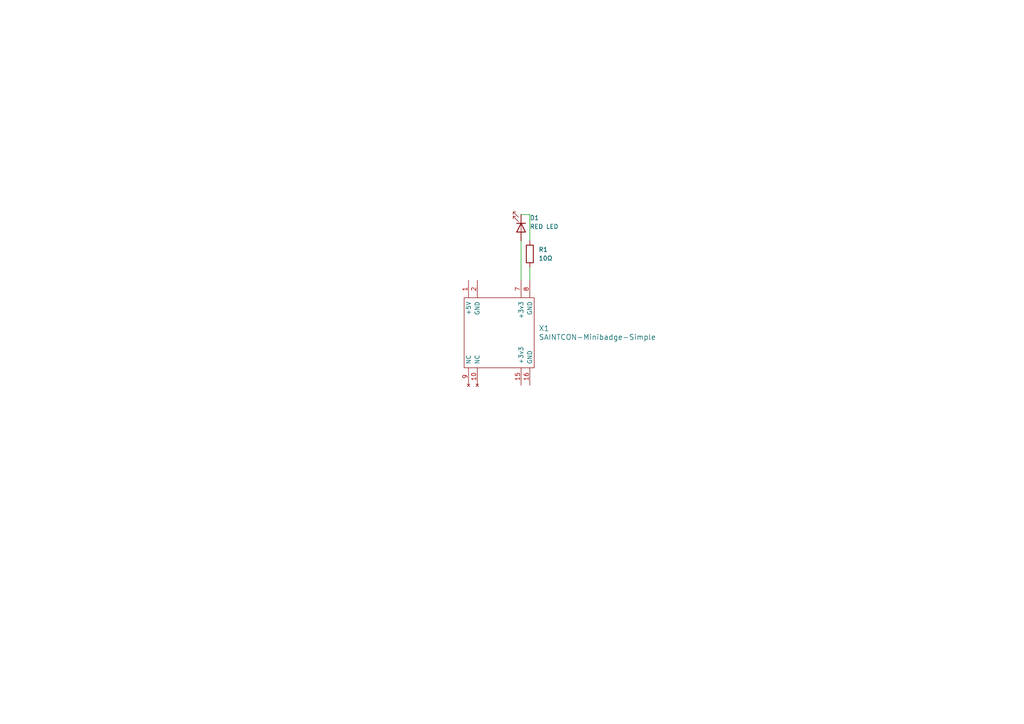
<source format=kicad_sch>
(kicad_sch
	(version 20231120)
	(generator "eeschema")
	(generator_version "8.0")
	(uuid "1e97f6ac-24fe-4635-889a-d89a0466b0ca")
	(paper "A4")
	(lib_symbols
		(symbol "Device:LED"
			(pin_numbers hide)
			(pin_names
				(offset 1.016) hide)
			(exclude_from_sim no)
			(in_bom yes)
			(on_board yes)
			(property "Reference" "D"
				(at 0 2.54 0)
				(effects
					(font
						(size 1.27 1.27)
					)
				)
			)
			(property "Value" "LED"
				(at 0 -2.54 0)
				(effects
					(font
						(size 1.27 1.27)
					)
				)
			)
			(property "Footprint" ""
				(at 0 0 0)
				(effects
					(font
						(size 1.27 1.27)
					)
					(hide yes)
				)
			)
			(property "Datasheet" "~"
				(at 0 0 0)
				(effects
					(font
						(size 1.27 1.27)
					)
					(hide yes)
				)
			)
			(property "Description" "Light emitting diode"
				(at 0 0 0)
				(effects
					(font
						(size 1.27 1.27)
					)
					(hide yes)
				)
			)
			(property "ki_keywords" "LED diode"
				(at 0 0 0)
				(effects
					(font
						(size 1.27 1.27)
					)
					(hide yes)
				)
			)
			(property "ki_fp_filters" "LED* LED_SMD:* LED_THT:*"
				(at 0 0 0)
				(effects
					(font
						(size 1.27 1.27)
					)
					(hide yes)
				)
			)
			(symbol "LED_0_1"
				(polyline
					(pts
						(xy -1.27 -1.27) (xy -1.27 1.27)
					)
					(stroke
						(width 0.254)
						(type default)
					)
					(fill
						(type none)
					)
				)
				(polyline
					(pts
						(xy -1.27 0) (xy 1.27 0)
					)
					(stroke
						(width 0)
						(type default)
					)
					(fill
						(type none)
					)
				)
				(polyline
					(pts
						(xy 1.27 -1.27) (xy 1.27 1.27) (xy -1.27 0) (xy 1.27 -1.27)
					)
					(stroke
						(width 0.254)
						(type default)
					)
					(fill
						(type none)
					)
				)
				(polyline
					(pts
						(xy -3.048 -0.762) (xy -4.572 -2.286) (xy -3.81 -2.286) (xy -4.572 -2.286) (xy -4.572 -1.524)
					)
					(stroke
						(width 0)
						(type default)
					)
					(fill
						(type none)
					)
				)
				(polyline
					(pts
						(xy -1.778 -0.762) (xy -3.302 -2.286) (xy -2.54 -2.286) (xy -3.302 -2.286) (xy -3.302 -1.524)
					)
					(stroke
						(width 0)
						(type default)
					)
					(fill
						(type none)
					)
				)
			)
			(symbol "LED_1_1"
				(pin passive line
					(at -3.81 0 0)
					(length 2.54)
					(name "K"
						(effects
							(font
								(size 1.27 1.27)
							)
						)
					)
					(number "1"
						(effects
							(font
								(size 1.27 1.27)
							)
						)
					)
				)
				(pin passive line
					(at 3.81 0 180)
					(length 2.54)
					(name "A"
						(effects
							(font
								(size 1.27 1.27)
							)
						)
					)
					(number "2"
						(effects
							(font
								(size 1.27 1.27)
							)
						)
					)
				)
			)
		)
		(symbol "Device:R"
			(pin_numbers hide)
			(pin_names
				(offset 0)
			)
			(exclude_from_sim no)
			(in_bom yes)
			(on_board yes)
			(property "Reference" "R"
				(at 2.032 0 90)
				(effects
					(font
						(size 1.27 1.27)
					)
				)
			)
			(property "Value" "R"
				(at 0 0 90)
				(effects
					(font
						(size 1.27 1.27)
					)
				)
			)
			(property "Footprint" ""
				(at -1.778 0 90)
				(effects
					(font
						(size 1.27 1.27)
					)
					(hide yes)
				)
			)
			(property "Datasheet" "~"
				(at 0 0 0)
				(effects
					(font
						(size 1.27 1.27)
					)
					(hide yes)
				)
			)
			(property "Description" "Resistor"
				(at 0 0 0)
				(effects
					(font
						(size 1.27 1.27)
					)
					(hide yes)
				)
			)
			(property "ki_keywords" "R res resistor"
				(at 0 0 0)
				(effects
					(font
						(size 1.27 1.27)
					)
					(hide yes)
				)
			)
			(property "ki_fp_filters" "R_*"
				(at 0 0 0)
				(effects
					(font
						(size 1.27 1.27)
					)
					(hide yes)
				)
			)
			(symbol "R_0_1"
				(rectangle
					(start -1.016 -2.54)
					(end 1.016 2.54)
					(stroke
						(width 0.254)
						(type default)
					)
					(fill
						(type none)
					)
				)
			)
			(symbol "R_1_1"
				(pin passive line
					(at 0 3.81 270)
					(length 1.27)
					(name "~"
						(effects
							(font
								(size 1.27 1.27)
							)
						)
					)
					(number "1"
						(effects
							(font
								(size 1.27 1.27)
							)
						)
					)
				)
				(pin passive line
					(at 0 -3.81 90)
					(length 1.27)
					(name "~"
						(effects
							(font
								(size 1.27 1.27)
							)
						)
					)
					(number "2"
						(effects
							(font
								(size 1.27 1.27)
							)
						)
					)
				)
			)
		)
		(symbol "saintcon-minibadge:SAINTCON-Minibadge-Simple"
			(pin_names
				(offset 1.016)
			)
			(exclude_from_sim no)
			(in_bom yes)
			(on_board yes)
			(property "Reference" "X"
				(at 11.43 8.89 0)
				(effects
					(font
						(size 1.524 1.524)
					)
					(justify left)
				)
			)
			(property "Value" "SAINTCON-Minibadge-Simple"
				(at 11.43 6.35 0)
				(effects
					(font
						(size 1.524 1.524)
					)
					(justify left)
				)
			)
			(property "Footprint" ""
				(at 0 1.27 0)
				(effects
					(font
						(size 1.524 1.524)
					)
					(hide yes)
				)
			)
			(property "Datasheet" ""
				(at 0 1.27 0)
				(effects
					(font
						(size 1.524 1.524)
					)
					(hide yes)
				)
			)
			(property "Description" ""
				(at 0 0 0)
				(effects
					(font
						(size 1.27 1.27)
					)
					(hide yes)
				)
			)
			(symbol "SAINTCON-Minibadge-Simple_0_1"
				(rectangle
					(start -10.16 10.16)
					(end 10.16 -10.16)
					(stroke
						(width 0)
						(type solid)
					)
					(fill
						(type none)
					)
				)
			)
			(symbol "SAINTCON-Minibadge-Simple_1_1"
				(pin power_in line
					(at -8.89 15.24 270)
					(length 5.08)
					(name "+5V"
						(effects
							(font
								(size 1.27 1.27)
							)
						)
					)
					(number "1"
						(effects
							(font
								(size 1.27 1.27)
							)
						)
					)
				)
				(pin no_connect line
					(at -6.35 -15.24 90)
					(length 5.08)
					(name "NC"
						(effects
							(font
								(size 1.27 1.27)
							)
						)
					)
					(number "10"
						(effects
							(font
								(size 1.27 1.27)
							)
						)
					)
				)
				(pin power_in line
					(at 6.35 -15.24 90)
					(length 5.08)
					(name "+3v3"
						(effects
							(font
								(size 1.27 1.27)
							)
						)
					)
					(number "15"
						(effects
							(font
								(size 1.27 1.27)
							)
						)
					)
				)
				(pin power_in line
					(at 8.89 -15.24 90)
					(length 5.08)
					(name "GND"
						(effects
							(font
								(size 1.27 1.27)
							)
						)
					)
					(number "16"
						(effects
							(font
								(size 1.27 1.27)
							)
						)
					)
				)
				(pin power_in line
					(at -6.35 15.24 270)
					(length 5.08)
					(name "GND"
						(effects
							(font
								(size 1.27 1.27)
							)
						)
					)
					(number "2"
						(effects
							(font
								(size 1.27 1.27)
							)
						)
					)
				)
				(pin power_in line
					(at 6.35 15.24 270)
					(length 5.08)
					(name "+3v3"
						(effects
							(font
								(size 1.27 1.27)
							)
						)
					)
					(number "7"
						(effects
							(font
								(size 1.27 1.27)
							)
						)
					)
				)
				(pin power_in line
					(at 8.89 15.24 270)
					(length 5.08)
					(name "GND"
						(effects
							(font
								(size 1.27 1.27)
							)
						)
					)
					(number "8"
						(effects
							(font
								(size 1.27 1.27)
							)
						)
					)
				)
				(pin no_connect line
					(at -8.89 -15.24 90)
					(length 5.08)
					(name "NC"
						(effects
							(font
								(size 1.27 1.27)
							)
						)
					)
					(number "9"
						(effects
							(font
								(size 1.27 1.27)
							)
						)
					)
				)
			)
		)
	)
	(wire
		(pts
			(xy 153.67 62.23) (xy 153.67 69.85)
		)
		(stroke
			(width 0)
			(type default)
		)
		(uuid "013cc557-e767-44d1-b0b0-05eb43713fc1")
	)
	(wire
		(pts
			(xy 151.13 62.23) (xy 153.67 62.23)
		)
		(stroke
			(width 0)
			(type default)
		)
		(uuid "28fb0103-518b-417e-8f66-532c106433dd")
	)
	(wire
		(pts
			(xy 151.13 69.85) (xy 151.13 81.28)
		)
		(stroke
			(width 0)
			(type default)
		)
		(uuid "39af136d-8cf1-4b72-b975-a6dd21f317ed")
	)
	(wire
		(pts
			(xy 153.67 77.47) (xy 153.67 81.28)
		)
		(stroke
			(width 0)
			(type default)
		)
		(uuid "43e24bb7-a0f9-4903-bba4-9542af11a0e6")
	)
	(symbol
		(lib_id "Device:LED")
		(at 151.13 66.04 270)
		(unit 1)
		(exclude_from_sim no)
		(in_bom yes)
		(on_board yes)
		(dnp no)
		(fields_autoplaced yes)
		(uuid "59d41298-3e8f-4055-8fa2-10d0ce7dffbd")
		(property "Reference" "D1"
			(at 153.67 63.1825 90)
			(effects
				(font
					(size 1.27 1.27)
				)
				(justify left)
			)
		)
		(property "Value" "RED LED"
			(at 153.67 65.7225 90)
			(effects
				(font
					(size 1.27 1.27)
				)
				(justify left)
			)
		)
		(property "Footprint" "LED_THT:LED_D3.0mm_FlatTop"
			(at 151.13 66.04 0)
			(effects
				(font
					(size 1.27 1.27)
				)
				(hide yes)
			)
		)
		(property "Datasheet" "~"
			(at 151.13 66.04 0)
			(effects
				(font
					(size 1.27 1.27)
				)
				(hide yes)
			)
		)
		(property "Description" ""
			(at 151.13 66.04 0)
			(effects
				(font
					(size 1.27 1.27)
				)
				(hide yes)
			)
		)
		(pin "2"
			(uuid "a512c71c-795e-44d7-bedb-bae8dac29af2")
		)
		(pin "1"
			(uuid "8a266663-8206-4173-8a54-57c44524f28f")
		)
		(instances
			(project "pips_first_minibadge"
				(path "/1e97f6ac-24fe-4635-889a-d89a0466b0ca"
					(reference "D1")
					(unit 1)
				)
			)
		)
	)
	(symbol
		(lib_id "saintcon-minibadge:SAINTCON-Minibadge-Simple")
		(at 144.78 96.52 0)
		(unit 1)
		(exclude_from_sim no)
		(in_bom yes)
		(on_board yes)
		(dnp no)
		(fields_autoplaced yes)
		(uuid "7a838f78-7fa3-4d7f-9970-89af40a2dee4")
		(property "Reference" "X1"
			(at 156.21 95.25 0)
			(effects
				(font
					(size 1.524 1.524)
				)
				(justify left)
			)
		)
		(property "Value" "SAINTCON-Minibadge-Simple"
			(at 156.21 97.79 0)
			(effects
				(font
					(size 1.524 1.524)
				)
				(justify left)
			)
		)
		(property "Footprint" "minibadge_kicad:SAINTCON-Minibadge-Simple"
			(at 144.78 95.25 0)
			(effects
				(font
					(size 1.524 1.524)
				)
				(hide yes)
			)
		)
		(property "Datasheet" ""
			(at 144.78 95.25 0)
			(effects
				(font
					(size 1.524 1.524)
				)
				(hide yes)
			)
		)
		(property "Description" ""
			(at 144.78 96.52 0)
			(effects
				(font
					(size 1.27 1.27)
				)
				(hide yes)
			)
		)
		(pin "15"
			(uuid "91402f9d-445e-4522-9a31-aa5a6b6f36e7")
		)
		(pin "2"
			(uuid "b2895238-870e-45c9-9a99-ff32b2231843")
		)
		(pin "1"
			(uuid "df98a06c-028b-4562-b77e-b3dca3ec1a9f")
		)
		(pin "10"
			(uuid "2bd3b091-3563-477b-9a0a-6e2a4580687c")
		)
		(pin "8"
			(uuid "a533011d-f0b0-4fe3-a0af-19edd55babc3")
		)
		(pin "9"
			(uuid "4f6b95cb-8bb3-4365-96e8-81aeaa000492")
		)
		(pin "16"
			(uuid "34f8720f-6be2-4da3-9a38-e6491a1a5905")
		)
		(pin "7"
			(uuid "545e8160-0bf6-4d33-9de2-e7edb3268e5d")
		)
		(instances
			(project "pips_first_minibadge"
				(path "/1e97f6ac-24fe-4635-889a-d89a0466b0ca"
					(reference "X1")
					(unit 1)
				)
			)
		)
	)
	(symbol
		(lib_id "Device:R")
		(at 153.67 73.66 180)
		(unit 1)
		(exclude_from_sim no)
		(in_bom yes)
		(on_board yes)
		(dnp no)
		(fields_autoplaced yes)
		(uuid "92ff3020-58fa-429b-b591-82683a8051bb")
		(property "Reference" "R1"
			(at 156.21 72.39 0)
			(effects
				(font
					(size 1.27 1.27)
				)
				(justify right)
			)
		)
		(property "Value" "10Ω"
			(at 156.21 74.93 0)
			(effects
				(font
					(size 1.27 1.27)
				)
				(justify right)
			)
		)
		(property "Footprint" "Resistor_THT:R_Box_L8.4mm_W2.5mm_P5.08mm"
			(at 155.448 73.66 90)
			(effects
				(font
					(size 1.27 1.27)
				)
				(hide yes)
			)
		)
		(property "Datasheet" "~"
			(at 153.67 73.66 0)
			(effects
				(font
					(size 1.27 1.27)
				)
				(hide yes)
			)
		)
		(property "Description" ""
			(at 153.67 73.66 0)
			(effects
				(font
					(size 1.27 1.27)
				)
				(hide yes)
			)
		)
		(pin "2"
			(uuid "9d8669ff-ab8f-4f3a-a456-b5931635fb71")
		)
		(pin "1"
			(uuid "82772d41-8d44-4198-bb7d-d362f6004dda")
		)
		(instances
			(project "pips_first_minibadge"
				(path "/1e97f6ac-24fe-4635-889a-d89a0466b0ca"
					(reference "R1")
					(unit 1)
				)
			)
		)
	)
	(sheet_instances
		(path "/"
			(page "1")
		)
	)
)

</source>
